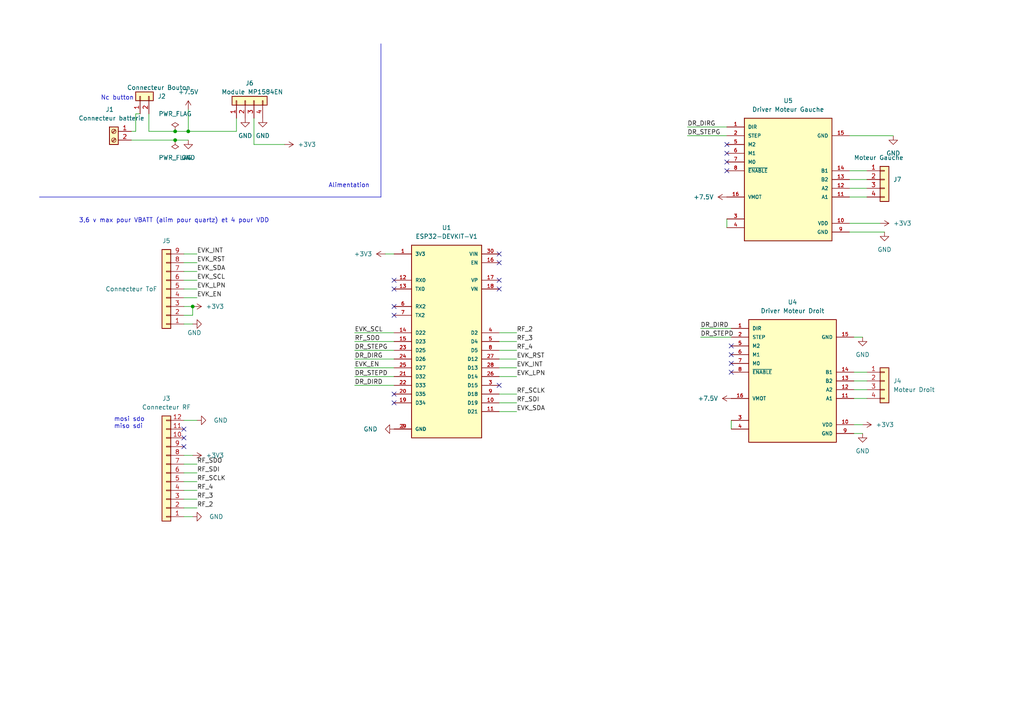
<source format=kicad_sch>
(kicad_sch (version 20230121) (generator eeschema)
  (paper "A4")
  (lib_symbols
    (symbol "+7.5V_1" (power) (pin_names (offset 0))
      (property "Value" "+7.5V_1" (at 0 3.556 0))
      (symbol "+7.5V_1_0_1"
        (polyline (pts (xy -0.762 1.27) (xy 0 2.54)))
        (polyline (pts (xy 0 0) (xy 0 2.54)))
        (polyline (pts (xy 0 2.54) (xy 0.762 1.27)))
      )
      (symbol "+7.5V_1_1_1"
        (pin power_in line (at 0 0 90) (length 0) hide (name "+7.5V") (number "1"))
      )
    )
    (symbol "A4988_STEPPER_MOTOR_DRIVER_CARRIER_1" (pin_names (offset 1.016))
      (property "Reference" "U5" (at 0 22.86 0))
      (property "Value" "Driver Moteur Gauche" (at 0 20.32 0))
      (symbol "A4988_STEPPER_MOTOR_DRIVER_CARRIER_1_0_0"
        (rectangle (start -12.7 17.78) (end 12.7 -17.78) (stroke (width 0.254)) (fill (type background)))
      )
      (symbol "A4988_STEPPER_MOTOR_DRIVER_CARRIER_1_1_0"
        (pin input line (at -17.78 15.24 0) (length 5.08) (name "DIR") (number "1"))
        (pin power_in line (at 17.78 -12.7 180) (length 5.08) (name "VDD") (number "10"))
        (pin output line (at 17.78 -5.08 180) (length 5.08) (name "A1") (number "11"))
        (pin output line (at 17.78 -2.54 180) (length 5.08) (name "A2") (number "12"))
        (pin output line (at 17.78 0 180) (length 5.08) (name "B2") (number "13"))
        (pin output line (at 17.78 2.54 180) (length 5.08) (name "B1") (number "14"))
        (pin power_in line (at 17.78 12.7 180) (length 5.08) (name "GND") (number "15"))
        (pin power_in line (at -17.78 -5.08 0) (length 5.08) (name "VMOT") (number "16"))
        (pin input line (at -17.78 12.7 0) (length 5.08) (name "STEP") (number "2"))
        (pin free line (at -17.78 -11.43 0) (length 5.08) (name "") (number "3"))
        (pin free line (at -17.78 -13.97 0) (length 5.08) (name "") (number "4"))
        (pin input line (at -17.78 10.16 0) (length 5.08) (name "M2") (number "5"))
        (pin input line (at -17.78 7.62 0) (length 5.08) (name "M1") (number "6"))
        (pin input line (at -17.78 5.08 0) (length 5.08) (name "M0") (number "7"))
        (pin input line (at -17.78 2.54 0) (length 5.08) (name "~{ENABLE}") (number "8"))
        (pin power_in line (at 17.78 -15.24 180) (length 5.08) (name "GND") (number "9"))
      )
    )
    (symbol "A4988_STEPPER_MOTOR_DRIVER_CARRIER_2" (pin_names (offset 1.016))
      (property "Reference" "U4" (at 0 22.86 0))
      (property "Value" "Driver Moteur Gauche" (at 0 20.32 0))
      (symbol "A4988_STEPPER_MOTOR_DRIVER_CARRIER_2_0_0"
        (rectangle (start -12.7 17.78) (end 12.7 -17.78) (stroke (width 0.254)) (fill (type background)))
      )
      (symbol "A4988_STEPPER_MOTOR_DRIVER_CARRIER_2_1_0"
        (pin input line (at -17.78 15.24 0) (length 5.08) (name "DIR") (number "1"))
        (pin power_in line (at 17.78 -12.7 180) (length 5.08) (name "VDD") (number "10"))
        (pin output line (at 17.78 -5.08 180) (length 5.08) (name "A1") (number "11"))
        (pin output line (at 17.78 -2.54 180) (length 5.08) (name "A2") (number "12"))
        (pin output line (at 17.78 0 180) (length 5.08) (name "B2") (number "13"))
        (pin output line (at 17.78 2.54 180) (length 5.08) (name "B1") (number "14"))
        (pin power_in line (at 17.78 12.7 180) (length 5.08) (name "GND") (number "15"))
        (pin power_in line (at -17.78 -5.08 0) (length 5.08) (name "VMOT") (number "16"))
        (pin input line (at -17.78 12.7 0) (length 5.08) (name "STEP") (number "2"))
        (pin free line (at -17.78 -11.43 0) (length 5.08) (name "") (number "3"))
        (pin free line (at -17.78 -13.97 0) (length 5.08) (name "") (number "4"))
        (pin input line (at -17.78 10.16 0) (length 5.08) (name "M2") (number "5"))
        (pin input line (at -17.78 7.62 0) (length 5.08) (name "M1") (number "6"))
        (pin input line (at -17.78 5.08 0) (length 5.08) (name "M0") (number "7"))
        (pin input line (at -17.78 2.54 0) (length 5.08) (name "~{ENABLE}") (number "8"))
        (pin power_in line (at 17.78 -15.24 180) (length 5.08) (name "GND") (number "9"))
      )
    )
    (symbol "Connector:Screw_Terminal_01x02" (pin_names (offset 1.016) hide)
      (property "Reference" "J" (at 0 2.54 0))
      (property "Value" "Screw_Terminal_01x02" (at 0 -5.08 0))
      (symbol "Screw_Terminal_01x02_1_1"
        (rectangle (start -1.27 1.27) (end 1.27 -3.81) (stroke (width 0.254)) (fill (type background)))
        (circle (center 0 -2.54) (radius 0.635) (stroke (width 0.1524)))
        (polyline (pts (xy -0.5334 -2.2098) (xy 0.3302 -3.048)) (stroke (width 0.1524)))
        (polyline (pts (xy -0.5334 0.3302) (xy 0.3302 -0.508)) (stroke (width 0.1524)))
        (polyline (pts (xy -0.3556 -2.032) (xy 0.508 -2.8702)) (stroke (width 0.1524)))
        (polyline (pts (xy -0.3556 0.508) (xy 0.508 -0.3302)) (stroke (width 0.1524)))
        (circle (center 0 0) (radius 0.635) (stroke (width 0.1524)))
        (pin passive line (at -5.08 0 0) (length 3.81) (name "Pin_1") (number "1"))
        (pin passive line (at -5.08 -2.54 0) (length 3.81) (name "Pin_2") (number "2"))
      )
    )
    (symbol "Connector_Generic:Conn_01x02" (pin_names (offset 1.016) hide)
      (property "Reference" "J" (at 0 2.54 0))
      (property "Value" "Conn_01x02" (at 0 -5.08 0))
      (symbol "Conn_01x02_1_1"
        (rectangle (start -1.27 -2.413) (end 0 -2.667) (stroke (width 0.1524)))
        (rectangle (start -1.27 0.127) (end 0 -0.127) (stroke (width 0.1524)))
        (rectangle (start -1.27 1.27) (end 1.27 -3.81) (stroke (width 0.254)) (fill (type background)))
        (pin passive line (at -5.08 0 0) (length 3.81) (name "Pin_1") (number "1"))
        (pin passive line (at -5.08 -2.54 0) (length 3.81) (name "Pin_2") (number "2"))
      )
    )
    (symbol "Connector_Generic:Conn_01x04" (pin_names (offset 1.016) hide)
      (property "Reference" "J" (at 0 5.08 0))
      (property "Value" "Conn_01x04" (at 0 -7.62 0))
      (symbol "Conn_01x04_1_1"
        (rectangle (start -1.27 -4.953) (end 0 -5.207) (stroke (width 0.1524)))
        (rectangle (start -1.27 -2.413) (end 0 -2.667) (stroke (width 0.1524)))
        (rectangle (start -1.27 0.127) (end 0 -0.127) (stroke (width 0.1524)))
        (rectangle (start -1.27 2.667) (end 0 2.413) (stroke (width 0.1524)))
        (rectangle (start -1.27 3.81) (end 1.27 -6.35) (stroke (width 0.254)) (fill (type background)))
        (pin passive line (at -5.08 2.54 0) (length 3.81) (name "Pin_1") (number "1"))
        (pin passive line (at -5.08 0 0) (length 3.81) (name "Pin_2") (number "2"))
        (pin passive line (at -5.08 -2.54 0) (length 3.81) (name "Pin_3") (number "3"))
        (pin passive line (at -5.08 -5.08 0) (length 3.81) (name "Pin_4") (number "4"))
      )
    )
    (symbol "Connector_Generic:Conn_01x09" (pin_names (offset 1.016) hide)
      (property "Reference" "J" (at 0 12.7 0))
      (property "Value" "Conn_01x09" (at 0 -12.7 0))
      (symbol "Conn_01x09_1_1"
        (rectangle (start -1.27 -10.033) (end 0 -10.287) (stroke (width 0.1524)))
        (rectangle (start -1.27 -7.493) (end 0 -7.747) (stroke (width 0.1524)))
        (rectangle (start -1.27 -4.953) (end 0 -5.207) (stroke (width 0.1524)))
        (rectangle (start -1.27 -2.413) (end 0 -2.667) (stroke (width 0.1524)))
        (rectangle (start -1.27 0.127) (end 0 -0.127) (stroke (width 0.1524)))
        (rectangle (start -1.27 2.667) (end 0 2.413) (stroke (width 0.1524)))
        (rectangle (start -1.27 5.207) (end 0 4.953) (stroke (width 0.1524)))
        (rectangle (start -1.27 7.747) (end 0 7.493) (stroke (width 0.1524)))
        (rectangle (start -1.27 10.287) (end 0 10.033) (stroke (width 0.1524)))
        (rectangle (start -1.27 11.43) (end 1.27 -11.43) (stroke (width 0.254)) (fill (type background)))
        (pin passive line (at -5.08 10.16 0) (length 3.81) (name "Pin_1") (number "1"))
        (pin passive line (at -5.08 7.62 0) (length 3.81) (name "Pin_2") (number "2"))
        (pin passive line (at -5.08 5.08 0) (length 3.81) (name "Pin_3") (number "3"))
        (pin passive line (at -5.08 2.54 0) (length 3.81) (name "Pin_4") (number "4"))
        (pin passive line (at -5.08 0 0) (length 3.81) (name "Pin_5") (number "5"))
        (pin passive line (at -5.08 -2.54 0) (length 3.81) (name "Pin_6") (number "6"))
        (pin passive line (at -5.08 -5.08 0) (length 3.81) (name "Pin_7") (number "7"))
        (pin passive line (at -5.08 -7.62 0) (length 3.81) (name "Pin_8") (number "8"))
        (pin passive line (at -5.08 -10.16 0) (length 3.81) (name "Pin_9") (number "9"))
      )
    )
    (symbol "Connector_Generic:Conn_01x12" (pin_names (offset 1.016) hide)
      (property "Reference" "J" (at 0 15.24 0))
      (property "Value" "Conn_01x12" (at 0 -17.78 0))
      (symbol "Conn_01x12_1_1"
        (rectangle (start -1.27 -15.113) (end 0 -15.367) (stroke (width 0.1524)))
        (rectangle (start -1.27 -12.573) (end 0 -12.827) (stroke (width 0.1524)))
        (rectangle (start -1.27 -10.033) (end 0 -10.287) (stroke (width 0.1524)))
        (rectangle (start -1.27 -7.493) (end 0 -7.747) (stroke (width 0.1524)))
        (rectangle (start -1.27 -4.953) (end 0 -5.207) (stroke (width 0.1524)))
        (rectangle (start -1.27 -2.413) (end 0 -2.667) (stroke (width 0.1524)))
        (rectangle (start -1.27 0.127) (end 0 -0.127) (stroke (width 0.1524)))
        (rectangle (start -1.27 2.667) (end 0 2.413) (stroke (width 0.1524)))
        (rectangle (start -1.27 5.207) (end 0 4.953) (stroke (width 0.1524)))
        (rectangle (start -1.27 7.747) (end 0 7.493) (stroke (width 0.1524)))
        (rectangle (start -1.27 10.287) (end 0 10.033) (stroke (width 0.1524)))
        (rectangle (start -1.27 12.827) (end 0 12.573) (stroke (width 0.1524)))
        (rectangle (start -1.27 13.97) (end 1.27 -16.51) (stroke (width 0.254)) (fill (type background)))
        (pin passive line (at -5.08 12.7 0) (length 3.81) (name "Pin_1") (number "1"))
        (pin passive line (at -5.08 -10.16 0) (length 3.81) (name "Pin_10") (number "10"))
        (pin passive line (at -5.08 -12.7 0) (length 3.81) (name "Pin_11") (number "11"))
        (pin passive line (at -5.08 -15.24 0) (length 3.81) (name "Pin_12") (number "12"))
        (pin passive line (at -5.08 10.16 0) (length 3.81) (name "Pin_2") (number "2"))
        (pin passive line (at -5.08 7.62 0) (length 3.81) (name "Pin_3") (number "3"))
        (pin passive line (at -5.08 5.08 0) (length 3.81) (name "Pin_4") (number "4"))
        (pin passive line (at -5.08 2.54 0) (length 3.81) (name "Pin_5") (number "5"))
        (pin passive line (at -5.08 0 0) (length 3.81) (name "Pin_6") (number "6"))
        (pin passive line (at -5.08 -2.54 0) (length 3.81) (name "Pin_7") (number "7"))
        (pin passive line (at -5.08 -5.08 0) (length 3.81) (name "Pin_8") (number "8"))
        (pin passive line (at -5.08 -7.62 0) (length 3.81) (name "Pin_9") (number "9"))
      )
    )
    (symbol "ESP32-DEVKIT-V1:ESP32-DEVKIT-V1" (pin_names (offset 1.016))
      (property "Reference" "U" (at -10.16 30.48 0))
      (property "Value" "ESP32-DEVKIT-V1" (at -10.16 -30.48 0))
      (symbol "ESP32-DEVKIT-V1_0_0"
        (rectangle (start -10.16 -27.94) (end 10.16 27.94) (stroke (width 0.254)) (fill (type background)))
        (pin output line (at 15.24 25.4 180) (length 5.08) (name "3V3") (number "1"))
        (pin bidirectional line (at -15.24 -17.78 0) (length 5.08) (name "D19") (number "10"))
        (pin bidirectional line (at -15.24 -20.32 0) (length 5.08) (name "D21") (number "11"))
        (pin input line (at 15.24 17.78 180) (length 5.08) (name "RX0") (number "12"))
        (pin output line (at 15.24 15.24 180) (length 5.08) (name "TX0") (number "13"))
        (pin bidirectional line (at 15.24 2.54 180) (length 5.08) (name "D22") (number "14"))
        (pin bidirectional line (at 15.24 0 180) (length 5.08) (name "D23") (number "15"))
        (pin input line (at -15.24 22.86 0) (length 5.08) (name "EN") (number "16"))
        (pin bidirectional line (at -15.24 17.78 0) (length 5.08) (name "VP") (number "17"))
        (pin bidirectional line (at -15.24 15.24 0) (length 5.08) (name "VN") (number "18"))
        (pin bidirectional line (at 15.24 -17.78 180) (length 5.08) (name "D34") (number "19"))
        (pin power_in line (at 15.24 -25.4 180) (length 5.08) (name "GND") (number "2"))
        (pin bidirectional line (at 15.24 -15.24 180) (length 5.08) (name "D35") (number "20"))
        (pin bidirectional line (at 15.24 -10.16 180) (length 5.08) (name "D32") (number "21"))
        (pin bidirectional line (at 15.24 -12.7 180) (length 5.08) (name "D33") (number "22"))
        (pin bidirectional line (at 15.24 -2.54 180) (length 5.08) (name "D25") (number "23"))
        (pin bidirectional line (at 15.24 -5.08 180) (length 5.08) (name "D26") (number "24"))
        (pin bidirectional line (at 15.24 -7.62 180) (length 5.08) (name "D27") (number "25"))
        (pin bidirectional line (at -15.24 -10.16 0) (length 5.08) (name "D14") (number "26"))
        (pin bidirectional line (at -15.24 -5.08 0) (length 5.08) (name "D12") (number "27"))
        (pin bidirectional line (at -15.24 -7.62 0) (length 5.08) (name "D13") (number "28"))
        (pin power_in line (at 15.24 -25.4 180) (length 5.08) (name "GND") (number "29"))
        (pin bidirectional line (at -15.24 -12.7 0) (length 5.08) (name "D15") (number "3"))
        (pin input line (at -15.24 25.4 0) (length 5.08) (name "VIN") (number "30"))
        (pin bidirectional line (at -15.24 2.54 0) (length 5.08) (name "D2") (number "4"))
        (pin bidirectional line (at -15.24 0 0) (length 5.08) (name "D4") (number "5"))
        (pin input line (at 15.24 10.16 180) (length 5.08) (name "RX2") (number "6"))
        (pin output line (at 15.24 7.62 180) (length 5.08) (name "TX2") (number "7"))
        (pin bidirectional line (at -15.24 -2.54 0) (length 5.08) (name "D5") (number "8"))
        (pin bidirectional line (at -15.24 -15.24 0) (length 5.08) (name "D18") (number "9"))
      )
    )
    (symbol "PWR_FLAG_1" (power) (pin_numbers hide) (pin_names (offset 0) hide)
      (property "Value" "PWR_FLAG_1" (at 0 3.81 0))
      (symbol "PWR_FLAG_1_0_0"
        (pin power_out line (at 0 0 90) (length 0) (name "pwr") (number "1"))
      )
      (symbol "PWR_FLAG_1_0_1"
        (polyline (pts (xy 0 0) (xy 0 1.27) (xy -1.016 1.905) (xy 0 2.54) (xy 1.016 1.905) (xy 0 1.27)))
      )
    )
    (symbol "power:+3V3" (power) (pin_names (offset 0))
      (property "Value" "+3V3" (at 0 3.556 0))
      (symbol "+3V3_0_1"
        (polyline (pts (xy -0.762 1.27) (xy 0 2.54)))
        (polyline (pts (xy 0 0) (xy 0 2.54)))
        (polyline (pts (xy 0 2.54) (xy 0.762 1.27)))
      )
      (symbol "+3V3_1_1"
        (pin power_in line (at 0 0 90) (length 0) hide (name "+3V3") (number "1"))
      )
    )
    (symbol "power:GND" (power) (pin_names (offset 0))
      (property "Value" "GND" (at 0 -3.81 0))
      (symbol "GND_0_1"
        (polyline (pts (xy 0 0) (xy 0 -1.27) (xy 1.27 -1.27) (xy 0 -2.54) (xy -1.27 -1.27) (xy 0 -1.27)))
      )
      (symbol "GND_1_1"
        (pin power_in line (at 0 0 270) (length 0) hide (name "GND") (number "1"))
      )
    )
  )
  (junction (at 50.8 40.64))
  (junction (at 54.61 38.1))
  (junction (at 55.88 88.9))
  (junction (at 50.8 38.1))
  (no_connect (at 53.34 124.46))
  (no_connect (at 144.78 76.2))
  (no_connect (at 210.82 44.45))
  (no_connect (at 144.78 83.82))
  (no_connect (at 114.3 83.82))
  (no_connect (at 212.09 107.95))
  (no_connect (at 210.82 46.99))
  (no_connect (at 212.09 105.41))
  (no_connect (at 114.3 114.3))
  (no_connect (at 144.78 111.76))
  (no_connect (at 114.3 116.84))
  (no_connect (at 144.78 73.66))
  (no_connect (at 53.34 129.54))
  (no_connect (at 210.82 49.53))
  (no_connect (at 114.3 91.44))
  (no_connect (at 114.3 81.28))
  (no_connect (at 210.82 41.91))
  (no_connect (at 144.78 81.28))
  (no_connect (at 212.09 100.33))
  (no_connect (at 53.34 127))
  (no_connect (at 212.09 102.87))
  (no_connect (at 114.3 88.9))
  (wire (pts (xy 246.38 49.53) (xy 251.46 49.53)))
  (wire (pts (xy 55.88 132.08) (xy 53.34 132.08)))
  (wire (pts (xy 57.15 78.74) (xy 53.34 78.74)))
  (wire (pts (xy 55.88 93.98) (xy 53.34 93.98)))
  (wire (pts (xy 73.66 34.29) (xy 73.66 41.91)))
  (wire (pts (xy 199.39 39.37) (xy 210.82 39.37)))
  (wire (pts (xy 247.65 113.03) (xy 251.46 113.03)))
  (polyline (pts (xy 11.43 57.15) (xy 110.49 57.15)))
  (wire (pts (xy 246.38 54.61) (xy 251.46 54.61)))
  (wire (pts (xy 102.87 106.68) (xy 114.3 106.68)))
  (polyline (pts (xy 110.49 12.7) (xy 110.49 57.15)))
  (wire (pts (xy 43.18 33.02) (xy 43.18 38.1)))
  (wire (pts (xy 102.87 99.06) (xy 114.3 99.06)))
  (wire (pts (xy 149.86 99.06) (xy 144.78 99.06)))
  (wire (pts (xy 50.8 38.1) (xy 54.61 38.1)))
  (wire (pts (xy 247.65 125.73) (xy 250.19 125.73)))
  (wire (pts (xy 247.65 97.79) (xy 250.19 97.79)))
  (wire (pts (xy 203.2 95.25) (xy 212.09 95.25)))
  (wire (pts (xy 212.09 121.92) (xy 212.09 124.46)))
  (wire (pts (xy 55.88 149.86) (xy 53.34 149.86)))
  (wire (pts (xy 57.15 139.7) (xy 53.34 139.7)))
  (wire (pts (xy 39.37 38.1) (xy 38.1 38.1)))
  (wire (pts (xy 73.66 41.91) (xy 82.55 41.91)))
  (wire (pts (xy 247.65 115.57) (xy 251.46 115.57)))
  (wire (pts (xy 149.86 109.22) (xy 144.78 109.22)))
  (wire (pts (xy 55.88 88.9) (xy 53.34 88.9)))
  (wire (pts (xy 102.87 109.22) (xy 114.3 109.22)))
  (wire (pts (xy 57.15 142.24) (xy 53.34 142.24)))
  (wire (pts (xy 102.87 111.76) (xy 114.3 111.76)))
  (wire (pts (xy 210.82 63.5) (xy 210.82 66.04)))
  (wire (pts (xy 57.15 73.66) (xy 53.34 73.66)))
  (wire (pts (xy 43.18 38.1) (xy 50.8 38.1)))
  (wire (pts (xy 102.87 96.52) (xy 114.3 96.52)))
  (wire (pts (xy 111.76 73.66) (xy 114.3 73.66)))
  (wire (pts (xy 54.61 38.1) (xy 68.58 38.1)))
  (wire (pts (xy 144.78 119.38) (xy 149.86 119.38)))
  (wire (pts (xy 149.86 106.68) (xy 144.78 106.68)))
  (wire (pts (xy 68.58 38.1) (xy 68.58 34.29)))
  (wire (pts (xy 57.15 137.16) (xy 53.34 137.16)))
  (wire (pts (xy 247.65 123.19) (xy 250.19 123.19)))
  (wire (pts (xy 149.86 104.14) (xy 144.78 104.14)))
  (wire (pts (xy 199.39 36.83) (xy 210.82 36.83)))
  (wire (pts (xy 247.65 107.95) (xy 251.46 107.95)))
  (wire (pts (xy 247.65 110.49) (xy 251.46 110.49)))
  (wire (pts (xy 54.61 31.75) (xy 54.61 38.1)))
  (wire (pts (xy 50.8 40.64) (xy 54.61 40.64)))
  (wire (pts (xy 39.37 33.02) (xy 39.37 38.1)))
  (wire (pts (xy 149.86 101.6) (xy 144.78 101.6)))
  (wire (pts (xy 203.2 97.79) (xy 212.09 97.79)))
  (wire (pts (xy 149.86 96.52) (xy 144.78 96.52)))
  (wire (pts (xy 57.15 147.32) (xy 53.34 147.32)))
  (wire (pts (xy 57.15 81.28) (xy 53.34 81.28)))
  (wire (pts (xy 57.15 86.36) (xy 53.34 86.36)))
  (wire (pts (xy 55.88 91.44) (xy 53.34 91.44)))
  (wire (pts (xy 246.38 67.31) (xy 256.54 67.31)))
  (wire (pts (xy 39.37 33.02) (xy 40.64 33.02)))
  (wire (pts (xy 57.15 83.82) (xy 53.34 83.82)))
  (wire (pts (xy 246.38 57.15) (xy 251.46 57.15)))
  (wire (pts (xy 149.86 114.3) (xy 144.78 114.3)))
  (wire (pts (xy 102.87 104.14) (xy 114.3 104.14)))
  (wire (pts (xy 57.15 76.2) (xy 53.34 76.2)))
  (wire (pts (xy 144.78 116.84) (xy 149.86 116.84)))
  (wire (pts (xy 246.38 64.77) (xy 255.27 64.77)))
  (wire (pts (xy 57.15 134.62) (xy 53.34 134.62)))
  (wire (pts (xy 102.87 101.6) (xy 114.3 101.6)))
  (wire (pts (xy 246.38 39.37) (xy 259.08 39.37)))
  (wire (pts (xy 57.15 144.78) (xy 53.34 144.78)))
  (wire (pts (xy 57.15 121.92) (xy 53.34 121.92)))
  (wire (pts (xy 38.1 40.64) (xy 50.8 40.64)))
  (wire (pts (xy 55.88 88.9) (xy 55.88 91.44)))
  (wire (pts (xy 246.38 52.07) (xy 251.46 52.07)))
  (text "Nc button\n" (at 29.21 29.21 0) (effects (font (size 1.27 1.27)) (justify left bottom)))
  (text "mosi sdo \nmiso sdi\n" (at 33.02 124.46 0) (effects (font (size 1.27 1.27)) (justify left bottom)))
  (text "Alimentation" (at 95.25 54.61 0) (effects (font (size 1.27 1.27)) (justify left bottom)))
  (text "3,6 v max pour VBATT (alim pour quartz) et 4 pour VDD" (at 22.86 64.77 0) (effects (font (size 1.27 1.27)) (justify left bottom)))
  (label "EVK_RST" (at 57.15 76.2 0))
  (label "DR_DIRG" (at 199.39 36.83 0))
  (label "DR_DIRD" (at 102.87 111.76 0))
  (label "EVK_LPN" (at 149.86 109.22 0))
  (label "RF_SDO" (at 102.87 99.06 0))
  (label "EVK_SDA" (at 149.86 119.38 0))
  (label "EVK_EN" (at 102.87 106.68 0))
  (label "EVK_EN" (at 57.15 86.36 0))
  (label "EVK_SCL" (at 102.87 96.52 0))
  (label "RF_4" (at 57.15 142.24 0))
  (label "EVK_LPN" (at 57.15 83.82 0))
  (label "DR_STEPD" (at 102.87 109.22 0))
  (label "DR_STEPG" (at 199.39 39.37 0))
  (label "RF_SDI" (at 57.15 137.16 0))
  (label "DR_STEPD" (at 203.2 97.79 0))
  (label "EVK_INT" (at 149.86 106.68 0))
  (label "RF_SCLK" (at 57.15 139.7 0))
  (label "RF_2" (at 57.15 147.32 0))
  (label "DR_DIRD" (at 203.2 95.25 0))
  (label "RF_2" (at 149.86 96.52 0))
  (label "RF_SDI" (at 149.86 116.84 0))
  (label "RF_SCLK" (at 149.86 114.3 0))
  (label "RF_3" (at 149.86 99.06 0))
  (label "RF_SDO" (at 57.15 134.62 0))
  (label "DR_STEPG" (at 102.87 101.6 0))
  (label "EVK_RST" (at 149.86 104.14 0))
  (label "RF_3" (at 57.15 144.78 0))
  (label "EVK_INT" (at 57.15 73.66 0))
  (label "EVK_SDA" (at 57.15 78.74 0))
  (label "EVK_SCL" (at 57.15 81.28 0))
  (label "DR_DIRG" (at 102.87 104.14 0))
  (label "RF_4" (at 149.86 101.6 0))
  (symbol (lib_name "+7.5V_1") (lib_id "power:+7.5V") (at 54.61 31.75 0) (unit 1)
    (property "Reference" "#PWR014" (effects hide))
    (property "Value" "+7.5V" (at 54.61 26.67 0))
  )
  (symbol (lib_id "power:GND") (at 250.19 125.73 0) (unit 1)
    (property "Reference" "#PWR02" (effects hide))
    (property "Value" "GND" (at 250.19 130.81 0))
  )
  (symbol (lib_name "+7.5V_1") (lib_id "power:+7.5V") (at 210.82 57.15 90) (unit 1)
    (property "Reference" "#PWR016" (effects hide))
    (property "Value" "+7.5V" (at 207.01 57.15 90) (effects (justify left)))
  )
  (symbol (lib_name "A4988_STEPPER_MOTOR_DRIVER_CARRIER_2") (lib_id "A4988_STEPPER_MOTOR_DRIVER:A4988_STEPPER_MOTOR_DRIVER_CARRIER") (at 229.87 110.49 0) (unit 1)
    (property "Reference" "U4" (at 229.87 87.63 0))
    (property "Value" "Driver Moteur Droit" (at 229.87 90.17 0))
    (property "Footprint" "A4988:MODULE_A4988_STEPPER_MOTOR_DRIVER_CARRIER" (effects hide))
    (property "MF" "Pololu" (effects hide))
    (property "DESCRIPTION" "Stepper motor controler; IC: A4988; 1A; Uin mot: 8÷35V" (effects hide))
    (property "PACKAGE" "None" (effects hide))
    (property "PRICE" "None" (effects hide))
    (property "Package" "None" (effects hide))
    (property "Check_prices" "https://www.snapeda.com/parts/A4988%20STEPPER%20MOTOR%20DRIVER%20CARRIER/Pololu/view-part/?ref=eda" (effects hide))
    (property "Price" "None" (effects hide))
    (property "SnapEDA_Link" "https://www.snapeda.com/parts/A4988%20STEPPER%20MOTOR%20DRIVER%20CARRIER/Pololu/view-part/?ref=snap" (effects hide))
    (property "MP" "A4988 STEPPER MOTOR DRIVER CARRIER" (effects hide))
    (property "Availability" "Not in stock" (effects hide))
    (property "AVAILABILITY" "Unavailable" (effects hide))
    (property "Description" "\nStepper Motor Driver\n" (effects hide))
  )
  (symbol (lib_id "power:GND") (at 71.12 34.29 0) (unit 1)
    (property "Reference" "#PWR019" (effects hide))
    (property "Value" "GND" (at 71.12 39.37 0))
  )
  (symbol (lib_id "power:+3V3") (at 111.76 73.66 90) (unit 1)
    (property "Reference" "#PWR06" (effects hide))
    (property "Value" "+3V3" (at 107.95 73.66 90) (effects (justify left)))
  )
  (symbol (lib_id "power:GND") (at 250.19 97.79 0) (unit 1)
    (property "Reference" "#PWR013" (effects hide))
    (property "Value" "GND" (at 250.19 102.87 0))
  )
  (symbol (lib_name "PWR_FLAG_1") (lib_id "power:PWR_FLAG") (at 50.8 38.1 0) (unit 1)
    (property "Reference" "#FLG03" (effects hide))
    (property "Value" "PWR_FLAG" (at 50.8 33.02 0))
  )
  (symbol (lib_id "power:+3V3") (at 255.27 64.77 270) (unit 1)
    (property "Reference" "#PWR012" (effects hide))
    (property "Value" "+3V3" (at 259.08 64.77 90) (effects (justify left)))
  )
  (symbol (lib_id "power:GND") (at 55.88 93.98 90) (unit 1)
    (property "Reference" "#PWR011" (effects hide))
    (property "Value" "GND" (at 58.42 96.52 90) (effects (justify left)))
  )
  (symbol (lib_id "power:GND") (at 114.3 124.46 270) (unit 1)
    (property "Reference" "#PWR09" (effects hide))
    (property "Value" "GND" (at 105.41 124.46 90) (effects (justify left)))
  )
  (symbol (lib_id "power:+3V3") (at 250.19 123.19 270) (unit 1)
    (property "Reference" "#PWR08" (effects hide))
    (property "Value" "+3V3" (at 254 123.19 90) (effects (justify left)))
  )
  (symbol (lib_id "power:GND") (at 256.54 67.31 0) (unit 1)
    (property "Reference" "#PWR010" (effects hide))
    (property "Value" "GND" (at 256.54 72.39 0))
  )
  (symbol (lib_id "Connector_Generic:Conn_01x04") (at 256.54 110.49 0) (unit 1)
    (property "Reference" "J4" (at 259.08 110.49 0) (effects (justify left)))
    (property "Value" "Moteur Droit" (at 259.08 113.03 0) (effects (justify left)))
    (property "Footprint" "Connector_PinHeader_2.54mm:PinHeader_1x04_P2.54mm_Vertical" (effects hide))
  )
  (symbol (lib_id "power:GND") (at 76.2 34.29 0) (unit 1)
    (property "Reference" "#PWR020" (effects hide))
    (property "Value" "GND" (at 76.2 39.37 0))
  )
  (symbol (lib_id "Connector_Generic:Conn_01x12") (at 48.26 137.16 180) (unit 1)
    (property "Reference" "J3" (at 48.26 115.57 0))
    (property "Value" "Connecteur RF" (at 48.26 118.11 0))
    (property "Footprint" "Connector_PinHeader_2.54mm:PinHeader_1x12_P2.54mm_Vertical" (effects hide))
  )
  (symbol (lib_id "power:+3V3") (at 55.88 88.9 270) (unit 1)
    (property "Reference" "#PWR03" (effects hide))
    (property "Value" "+3V3" (at 59.69 88.9 90) (effects (justify left)))
  )
  (symbol (lib_id "ESP32-DEVKIT-V1:ESP32-DEVKIT-V1") (at 129.54 99.06 0) (mirror y) (unit 1)
    (property "Reference" "U1" (at 129.54 66.04 0))
    (property "Value" "ESP32-DEVKIT-V1" (at 129.54 68.58 0))
    (property "Footprint" "ESP32DevkitV1:MODULE_ESP32_DEVKIT_V1" (effects hide))
    (property "MF" "Do it" (effects hide))
    (property "MAXIMUM_PACKAGE_HEIGHT" "6.8 mm" (effects hide))
    (property "Package" "None" (effects hide))
    (property "Price" "None" (effects hide))
    (property "Check_prices" "https://www.snapeda.com/parts/ESP32-DEVKIT-V1/Do+it/view-part/?ref=eda" (effects hide))
    (property "STANDARD" "Manufacturer Recommendations" (effects hide))
    (property "PARTREV" "N/A" (effects hide))
    (property "SnapEDA_Link" "https://www.snapeda.com/parts/ESP32-DEVKIT-V1/Do+it/view-part/?ref=snap" (effects hide))
    (property "MP" "ESP32-DEVKIT-V1" (effects hide))
    (property "Description" "\nDual core, Wi-Fi: 2.4 GHz up to 150 Mbits/s,BLE (Bluetooth Low Energy) and legacy Bluetooth, 32 bits, Up to 240 MHz\n" (effects hide))
    (property "Availability" "Not in stock" (effects hide))
    (property "MANUFACTURER" "DOIT" (effects hide))
  )
  (symbol (lib_id "Connector_Generic:Conn_01x04") (at 71.12 29.21 90) (unit 1)
    (property "Reference" "J6" (at 72.39 24.13 90))
    (property "Value" "Module MP1584EN " (at 73.66 26.67 90))
    (property "Footprint" "MP1584EN_Module:SRT_MPT1584EN_Module" (effects hide))
  )
  (symbol (lib_id "power:+3V3") (at 55.88 132.08 270) (unit 1)
    (property "Reference" "#PWR04" (effects hide))
    (property "Value" "+3V3" (at 59.69 132.08 90) (effects (justify left)))
  )
  (symbol (lib_id "power:+3V3") (at 82.55 41.91 270) (unit 1)
    (property "Reference" "#PWR015" (effects hide))
    (property "Value" "+3V3" (at 86.36 41.91 90) (effects (justify left)))
  )
  (symbol (lib_id "Connector:Screw_Terminal_01x02") (at 33.02 38.1 0) (mirror y) (unit 1)
    (property "Reference" "J1" (at 33.02 31.75 0) (effects (justify left)))
    (property "Value" "Connecteur batterie" (at 41.91 34.29 0) (effects (justify left)))
    (property "Footprint" "TerminalBlockBend:CUI_TBP01R1-508-02BE" (effects hide))
  )
  (symbol (lib_id "power:GND") (at 55.88 149.86 90) (unit 1)
    (property "Reference" "#PWR01" (effects hide))
    (property "Value" "GND" (at 64.77 149.86 90) (effects (justify left)))
  )
  (symbol (lib_name "+7.5V_1") (lib_id "power:+7.5V") (at 212.09 115.57 90) (unit 1)
    (property "Reference" "#PWR05" (effects hide))
    (property "Value" "+7.5V" (at 208.28 115.57 90) (effects (justify left)))
  )
  (symbol (lib_id "Connector_Generic:Conn_01x02") (at 40.64 27.94 90) (unit 1)
    (property "Reference" "J2" (at 45.72 27.94 90) (effects (justify right)))
    (property "Value" "Connecteur Bouton" (at 36.83 25.4 90) (effects (justify right)))
    (property "Footprint" "Connector_PinHeader_2.54mm:PinHeader_1x02_P2.54mm_Vertical" (effects hide))
  )
  (symbol (lib_id "power:GND") (at 54.61 40.64 0) (unit 1)
    (property "Reference" "#PWR017" (effects hide))
    (property "Value" "GND" (at 54.61 45.72 0))
  )
  (symbol (lib_name "A4988_STEPPER_MOTOR_DRIVER_CARRIER_1") (lib_id "A4988_STEPPER_MOTOR_DRIVER:A4988_STEPPER_MOTOR_DRIVER_CARRIER") (at 228.6 52.07 0) (unit 1)
    (property "Reference" "U5" (at 228.6 29.21 0))
    (property "Value" "Driver Moteur Gauche" (at 228.6 31.75 0))
    (property "Footprint" "A4988:MODULE_A4988_STEPPER_MOTOR_DRIVER_CARRIER" (effects hide))
    (property "MF" "Pololu" (effects hide))
    (property "DESCRIPTION" "Stepper motor controler; IC: A4988; 1A; Uin mot: 8÷35V" (effects hide))
    (property "PACKAGE" "None" (effects hide))
    (property "PRICE" "None" (effects hide))
    (property "Package" "None" (effects hide))
    (property "Check_prices" "https://www.snapeda.com/parts/A4988%20STEPPER%20MOTOR%20DRIVER%20CARRIER/Pololu/view-part/?ref=eda" (effects hide))
    (property "Price" "None" (effects hide))
    (property "SnapEDA_Link" "https://www.snapeda.com/parts/A4988%20STEPPER%20MOTOR%20DRIVER%20CARRIER/Pololu/view-part/?ref=snap" (effects hide))
    (property "MP" "A4988 STEPPER MOTOR DRIVER CARRIER" (effects hide))
    (property "Availability" "Not in stock" (effects hide))
    (property "AVAILABILITY" "Unavailable" (effects hide))
    (property "Description" "\nStepper Motor Driver\n" (effects hide))
  )
  (symbol (lib_name "PWR_FLAG_1") (lib_id "power:PWR_FLAG") (at 50.8 40.64 180) (unit 1)
    (property "Reference" "#FLG01" (effects hide))
    (property "Value" "PWR_FLAG" (at 50.8 45.72 0))
  )
  (symbol (lib_id "power:GND") (at 259.08 39.37 0) (unit 1)
    (property "Reference" "#PWR018" (effects hide))
    (property "Value" "GND" (at 259.08 44.45 0))
  )
  (symbol (lib_id "power:GND") (at 57.15 121.92 90) (unit 1)
    (property "Reference" "#PWR07" (effects hide))
    (property "Value" "GND" (at 66.04 121.92 90) (effects (justify left)))
  )
  (symbol (lib_id "Connector_Generic:Conn_01x04") (at 256.54 52.07 0) (unit 1)
    (property "Reference" "J7" (at 259.08 52.07 0) (effects (justify left)))
    (property "Value" "Moteur Gauche" (at 247.65 45.72 0) (effects (justify left)))
    (property "Footprint" "Connector_PinHeader_2.54mm:PinHeader_1x04_P2.54mm_Vertical" (effects hide))
  )
  (symbol (lib_id "Connector_Generic:Conn_01x09") (at 48.26 83.82 180) (unit 1)
    (property "Reference" "J5" (at 48.26 69.85 0))
    (property "Value" "Connecteur ToF" (at 38.1 83.82 0))
    (property "Footprint" "Connector_PinHeader_2.54mm:PinHeader_1x09_P2.54mm_Vertical" (effects hide))
  )
)
</source>
